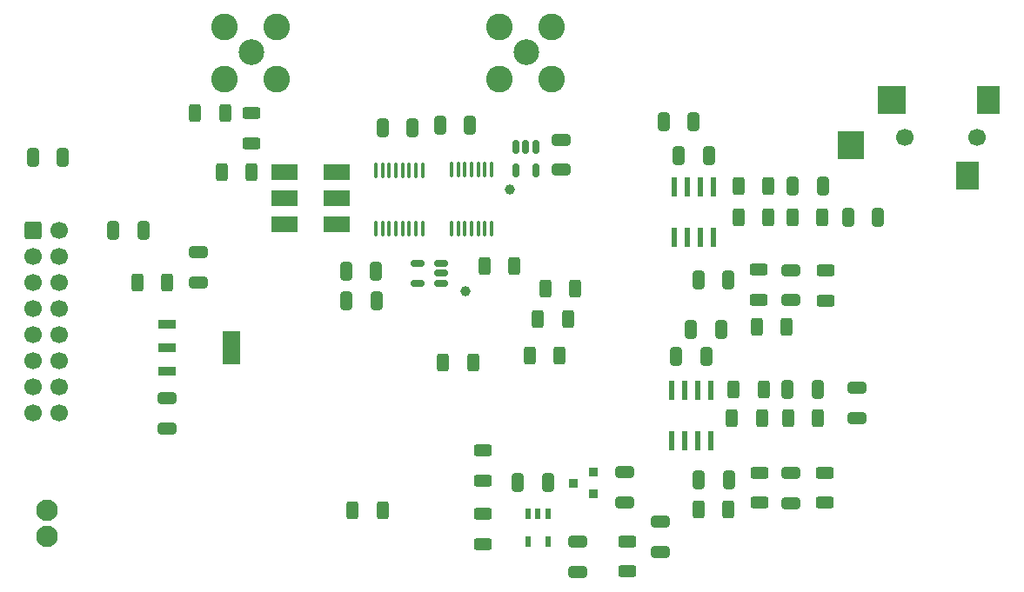
<source format=gts>
G04 #@! TF.GenerationSoftware,KiCad,Pcbnew,8.0.1*
G04 #@! TF.CreationDate,2024-03-28T06:18:42-04:00*
G04 #@! TF.ProjectId,qse2,71736532-2e6b-4696-9361-645f70636258,rev?*
G04 #@! TF.SameCoordinates,Original*
G04 #@! TF.FileFunction,Soldermask,Top*
G04 #@! TF.FilePolarity,Negative*
%FSLAX46Y46*%
G04 Gerber Fmt 4.6, Leading zero omitted, Abs format (unit mm)*
G04 Created by KiCad (PCBNEW 8.0.1) date 2024-03-28 06:18:42*
%MOMM*%
%LPD*%
G01*
G04 APERTURE LIST*
G04 Aperture macros list*
%AMRoundRect*
0 Rectangle with rounded corners*
0 $1 Rounding radius*
0 $2 $3 $4 $5 $6 $7 $8 $9 X,Y pos of 4 corners*
0 Add a 4 corners polygon primitive as box body*
4,1,4,$2,$3,$4,$5,$6,$7,$8,$9,$2,$3,0*
0 Add four circle primitives for the rounded corners*
1,1,$1+$1,$2,$3*
1,1,$1+$1,$4,$5*
1,1,$1+$1,$6,$7*
1,1,$1+$1,$8,$9*
0 Add four rect primitives between the rounded corners*
20,1,$1+$1,$2,$3,$4,$5,0*
20,1,$1+$1,$4,$5,$6,$7,0*
20,1,$1+$1,$6,$7,$8,$9,0*
20,1,$1+$1,$8,$9,$2,$3,0*%
G04 Aperture macros list end*
%ADD10RoundRect,0.250000X-0.325000X-0.650000X0.325000X-0.650000X0.325000X0.650000X-0.325000X0.650000X0*%
%ADD11RoundRect,0.250000X-0.650000X0.325000X-0.650000X-0.325000X0.650000X-0.325000X0.650000X0.325000X0*%
%ADD12RoundRect,0.250000X0.325000X0.650000X-0.325000X0.650000X-0.325000X-0.650000X0.325000X-0.650000X0*%
%ADD13RoundRect,0.250000X0.650000X-0.325000X0.650000X0.325000X-0.650000X0.325000X-0.650000X-0.325000X0*%
%ADD14RoundRect,0.250000X0.312500X0.625000X-0.312500X0.625000X-0.312500X-0.625000X0.312500X-0.625000X0*%
%ADD15RoundRect,0.250000X-0.312500X-0.625000X0.312500X-0.625000X0.312500X0.625000X-0.312500X0.625000X0*%
%ADD16RoundRect,0.250000X-0.625000X0.312500X-0.625000X-0.312500X0.625000X-0.312500X0.625000X0.312500X0*%
%ADD17RoundRect,0.250000X0.625000X-0.312500X0.625000X0.312500X-0.625000X0.312500X-0.625000X-0.312500X0*%
%ADD18R,0.558800X1.981200*%
%ADD19RoundRect,0.150000X0.512500X0.150000X-0.512500X0.150000X-0.512500X-0.150000X0.512500X-0.150000X0*%
%ADD20RoundRect,0.100000X-0.100000X0.637500X-0.100000X-0.637500X0.100000X-0.637500X0.100000X0.637500X0*%
%ADD21C,2.600000*%
%ADD22C,2.500000*%
%ADD23R,0.508000X1.028700*%
%ADD24RoundRect,0.100000X0.100000X-0.637500X0.100000X0.637500X-0.100000X0.637500X-0.100000X-0.637500X0*%
%ADD25R,1.749999X0.900001*%
%ADD26R,1.749999X3.200001*%
%ADD27R,2.540000X1.650000*%
%ADD28C,1.700000*%
%ADD29R,2.200000X2.800000*%
%ADD30R,2.800000X2.800000*%
%ADD31R,2.600000X2.800000*%
%ADD32C,1.000000*%
%ADD33R,0.889000X0.812800*%
%ADD34RoundRect,0.150000X-0.150000X0.512500X-0.150000X-0.512500X0.150000X-0.512500X0.150000X0.512500X0*%
%ADD35C,2.100000*%
%ADD36RoundRect,0.250000X-0.600000X-0.600000X0.600000X-0.600000X0.600000X0.600000X-0.600000X0.600000X0*%
G04 APERTURE END LIST*
D10*
X176640500Y-77978000D03*
X179590500Y-77978000D03*
D11*
X160800000Y-86050000D03*
X160800000Y-89000000D03*
D12*
X170893000Y-67310000D03*
X167943000Y-67310000D03*
D11*
X176915500Y-66341000D03*
X176915500Y-69291000D03*
D13*
X164250000Y-93825000D03*
X164250000Y-90875000D03*
D11*
X176985500Y-86086000D03*
X176985500Y-89036000D03*
X183347900Y-77800000D03*
X183347900Y-80750000D03*
D10*
X133702000Y-69342000D03*
X136652000Y-69342000D03*
X137209000Y-52451000D03*
X140159000Y-52451000D03*
X103175000Y-55400000D03*
X106125000Y-55400000D03*
D12*
X170192500Y-72136000D03*
X167242500Y-72136000D03*
D10*
X133653000Y-66421000D03*
X136603000Y-66421000D03*
D11*
X154559000Y-53643000D03*
X154559000Y-56593000D03*
D10*
X165775500Y-74793500D03*
X168725500Y-74793500D03*
D12*
X153300000Y-87050000D03*
X150350000Y-87050000D03*
X185449000Y-61214000D03*
X182499000Y-61214000D03*
D10*
X166020500Y-55196000D03*
X168970500Y-55196000D03*
D12*
X113975000Y-62500000D03*
X111025000Y-62500000D03*
X145747000Y-52197000D03*
X142797000Y-52197000D03*
D10*
X164551900Y-51866800D03*
X167501900Y-51866800D03*
D12*
X170920500Y-86741000D03*
X167970500Y-86741000D03*
D10*
X177099500Y-58166000D03*
X180049500Y-58166000D03*
D11*
X156200000Y-92800000D03*
X156200000Y-95750000D03*
D13*
X116275000Y-81800000D03*
X116275000Y-78850000D03*
X119275000Y-67575000D03*
X119275000Y-64625000D03*
D14*
X155975000Y-68150000D03*
X153050000Y-68150000D03*
X170875500Y-89651000D03*
X167950500Y-89651000D03*
X174752000Y-61214000D03*
X171827000Y-61214000D03*
D15*
X113350000Y-67600000D03*
X116275000Y-67600000D03*
D14*
X176530000Y-71882000D03*
X173605000Y-71882000D03*
X146012500Y-75350000D03*
X143087500Y-75350000D03*
D16*
X180225500Y-86096000D03*
X180225500Y-89021000D03*
D14*
X154462500Y-74700000D03*
X151537500Y-74700000D03*
X121900000Y-51050000D03*
X118975000Y-51050000D03*
X179578000Y-80766000D03*
X176653000Y-80766000D03*
D16*
X180325500Y-66373500D03*
X180325500Y-69298500D03*
D14*
X174752000Y-58166000D03*
X171827000Y-58166000D03*
D15*
X134277500Y-89740000D03*
X137202500Y-89740000D03*
D17*
X173925500Y-89018500D03*
X173925500Y-86093500D03*
D14*
X174312500Y-78000000D03*
X171387500Y-78000000D03*
X124475000Y-56825000D03*
X121550000Y-56825000D03*
D17*
X146970000Y-86845000D03*
X146970000Y-83920000D03*
X173855500Y-69248500D03*
X173855500Y-66323500D03*
D14*
X150052500Y-65913000D03*
X147127500Y-65913000D03*
X174138000Y-80776000D03*
X171213000Y-80776000D03*
D17*
X146975000Y-93025000D03*
X146975000Y-90100000D03*
X161000000Y-95700000D03*
X161000000Y-92775000D03*
D14*
X180024500Y-61214000D03*
X177099500Y-61214000D03*
X155250000Y-71150000D03*
X152325000Y-71150000D03*
D17*
X124475000Y-53975000D03*
X124475000Y-51050000D03*
D18*
X169145500Y-78066000D03*
X167875500Y-78066000D03*
X166605500Y-78066000D03*
X165335500Y-78066000D03*
X165335500Y-82993600D03*
X166605500Y-82993600D03*
X167875500Y-82993600D03*
X169145500Y-82993600D03*
D19*
X142883000Y-67601000D03*
X142883000Y-66651000D03*
X142883000Y-65701000D03*
X140608000Y-65701000D03*
X140608000Y-67601000D03*
D20*
X141108000Y-56613500D03*
X140458000Y-56613500D03*
X139808000Y-56613500D03*
X139158000Y-56613500D03*
X138508000Y-56613500D03*
X137858000Y-56613500D03*
X137208000Y-56613500D03*
X136558000Y-56613500D03*
X136558000Y-62338500D03*
X137208000Y-62338500D03*
X137858000Y-62338500D03*
X138508000Y-62338500D03*
X139158000Y-62338500D03*
X139808000Y-62338500D03*
X140458000Y-62338500D03*
X141108000Y-62338500D03*
D21*
X121820000Y-42672000D03*
X121820000Y-47752000D03*
X126900000Y-42672000D03*
X126900000Y-47752000D03*
D22*
X124460000Y-45137000D03*
D18*
X169405500Y-58248400D03*
X168135500Y-58248400D03*
X166865500Y-58248400D03*
X165595500Y-58248400D03*
X165595500Y-63176000D03*
X166865500Y-63176000D03*
X168135500Y-63176000D03*
X169405500Y-63176000D03*
D23*
X153300001Y-90100000D03*
X152350000Y-90100000D03*
X151399999Y-90100000D03*
X151399999Y-92779700D03*
X153300001Y-92779700D03*
D24*
X143933000Y-62308500D03*
X144583000Y-62308500D03*
X145233000Y-62308500D03*
X145883000Y-62308500D03*
X146533000Y-62308500D03*
X147183000Y-62308500D03*
X147833000Y-62308500D03*
X147833000Y-56583500D03*
X147183000Y-56583500D03*
X146533000Y-56583500D03*
X145883000Y-56583500D03*
X145233000Y-56583500D03*
X144583000Y-56583500D03*
X143933000Y-56583500D03*
D25*
X116275000Y-71625000D03*
X116275000Y-73925000D03*
X116275000Y-76225000D03*
D26*
X122525000Y-73925000D03*
D21*
X148590000Y-42672000D03*
X148590000Y-47752000D03*
X153670000Y-42672000D03*
X153670000Y-47752000D03*
D22*
X151230000Y-45137000D03*
D27*
X127710000Y-56800000D03*
X127710000Y-59340000D03*
X127710000Y-61880000D03*
X132790000Y-61880000D03*
X132790000Y-59340000D03*
X132790000Y-56800000D03*
D28*
X195051500Y-53450000D03*
X188051500Y-53450000D03*
D29*
X196151500Y-49750000D03*
D30*
X186751500Y-49750000D03*
D29*
X194151500Y-57150000D03*
D31*
X182751500Y-54200000D03*
D32*
X149633000Y-58526000D03*
D33*
X157700000Y-88099998D03*
X157700000Y-86050000D03*
X155810001Y-87074999D03*
D34*
X152108000Y-54326000D03*
X151158000Y-54326000D03*
X150208000Y-54326000D03*
X150208000Y-56601000D03*
X152108000Y-56601000D03*
D32*
X145303000Y-68386000D03*
D35*
X104597200Y-89752800D03*
X104597200Y-92252800D03*
D36*
X103210000Y-62500000D03*
D28*
X105750000Y-62500000D03*
X103210000Y-65040000D03*
X105750000Y-65040000D03*
X103210000Y-67580000D03*
X105750000Y-67580000D03*
X103210000Y-70120000D03*
X105750000Y-70120000D03*
X103210000Y-72660000D03*
X105750000Y-72660000D03*
X103210000Y-75200000D03*
X105750000Y-75200000D03*
X103210000Y-77740000D03*
X105750000Y-77740000D03*
X103210000Y-80280000D03*
X105750000Y-80280000D03*
M02*

</source>
